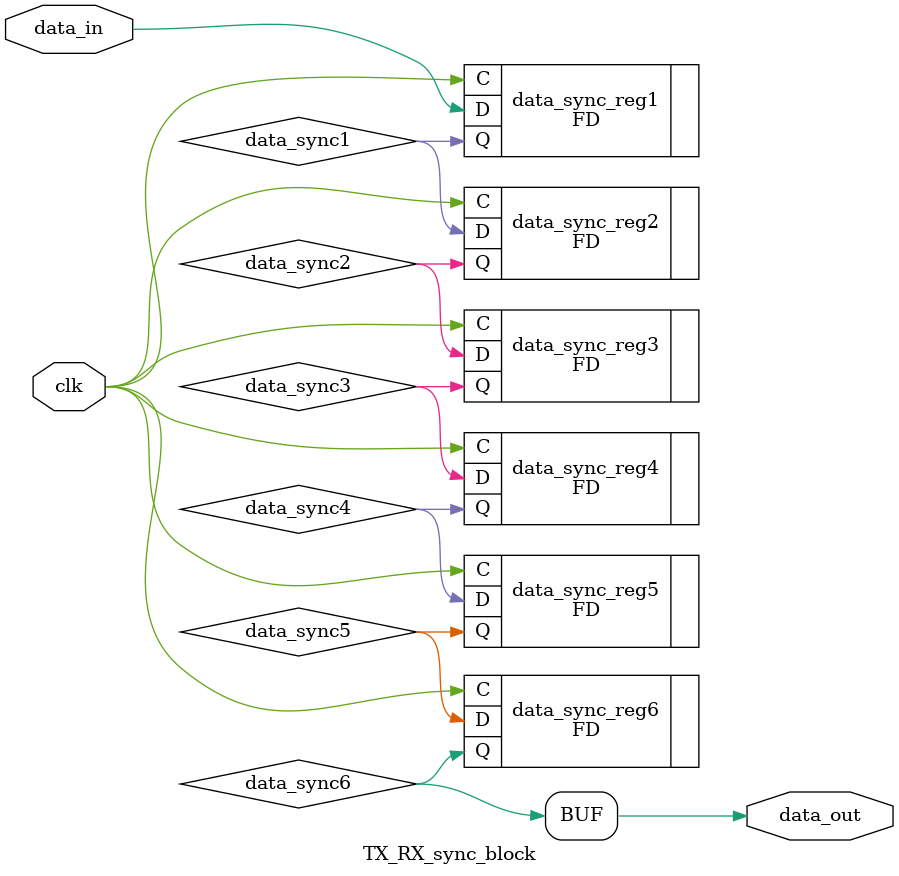
<source format=v>




`timescale 1ps / 1ps

//(* dont_touch = "yes" *)
module TX_RX_sync_block #(
  parameter INITIALISE = 6'b000000
)
(
  input        clk,              // clock to be sync'ed to
  input        data_in,          // Data to be 'synced'
  output       data_out          // synced data
);

  // Internal Signals
  wire data_sync1;
  wire data_sync2;
  wire data_sync3;
  wire data_sync4;
  wire data_sync5;
  wire data_sync6;


  (* shreg_extract = "no", ASYNC_REG = "TRUE" *)
  FD #(
    .INIT (INITIALISE[0])
  ) data_sync_reg1 (
    .C  (clk),
    .D  (data_in),
    .Q  (data_sync1)
  );


  (* shreg_extract = "no", ASYNC_REG = "TRUE" *)
  FD #(
   .INIT (INITIALISE[1])
  ) data_sync_reg2 (
  .C  (clk),
  .D  (data_sync1),
  .Q  (data_sync2)
  );


  (* shreg_extract = "no", ASYNC_REG = "TRUE" *)
  FD #(
   .INIT (INITIALISE[2])
  ) data_sync_reg3 (
  .C  (clk),
  .D  (data_sync2),
  .Q  (data_sync3)
  );

  (* shreg_extract = "no", ASYNC_REG = "TRUE" *)
  FD #(
   .INIT (INITIALISE[3])
  ) data_sync_reg4 (
  .C  (clk),
  .D  (data_sync3),
  .Q  (data_sync4)
  );

  (* shreg_extract = "no", ASYNC_REG = "TRUE" *)
  FD #(
   .INIT (INITIALISE[4])
  ) data_sync_reg5 (
  .C  (clk),
  .D  (data_sync4),
  .Q  (data_sync5)
  );

  (* shreg_extract = "no", ASYNC_REG = "TRUE" *)
  FD #(
   .INIT (INITIALISE[5])
  ) data_sync_reg6 (
  .C  (clk),
  .D  (data_sync5),
  .Q  (data_sync6)
  );
  assign data_out = data_sync6;



endmodule

</source>
